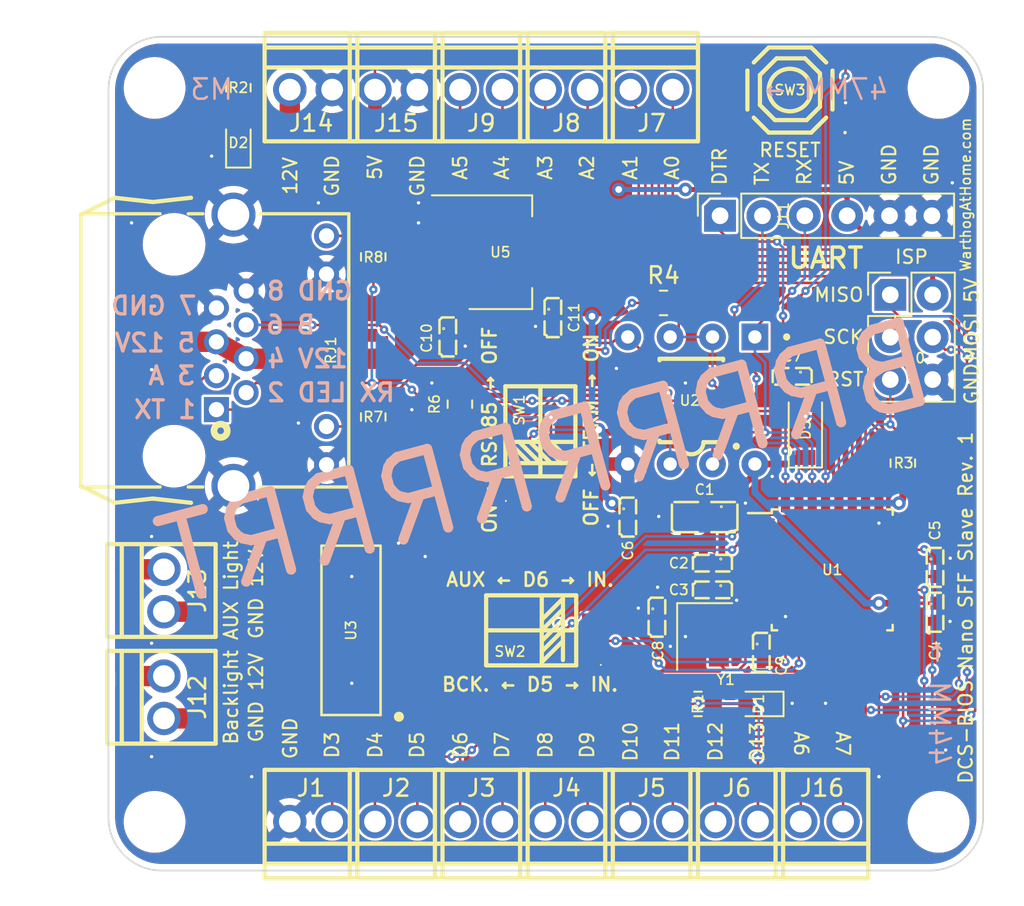
<source format=kicad_pcb>
(kicad_pcb (version 20211014) (generator pcbnew)
  (title_block (title "DCS-BIOS Nano SFF Slave") (date "2022-10-27") (rev "1"))
  (layers (0 "F.Cu" signal) (31 "B.Cu" signal) (34 "B.Paste" user) (35 "F.Paste" user) (36 "B.SilkS" user "B.Silkscreen") (37 "F.SilkS" user "F.Silkscreen") (38 "B.Mask" user) (39 "F.Mask" user) (44 "Edge.Cuts" user))
  (net 0 "")
  (net 1 "+5V")
  (net 2 "Net-(C5-Pad2)")
  (net 3 "RESET")
  (net 4 "FTDI_DTR")
  (net 5 "XTAL1")
  (net 6 "XTAL2")
  (net 7 "Net-(D1-Pad2)")
  (net 8 "Net-(D2-Pad2)")
  (net 9 "D2")
  (net 10 "D3")
  (net 11 "D4")
  (net 12 "D5")
  (net 13 "D6")
  (net 14 "D7")
  (net 15 "D8")
  (net 16 "D9")
  (net 17 "D10")
  (net 18 "D11")
  (net 19 "D12")
  (net 20 "D13")
  (net 21 "A0")
  (net 22 "A1")
  (net 23 "A2")
  (net 24 "A3")
  (net 25 "A4")
  (net 26 "A5")
  (net 27 "TXD")
  (net 28 "RXD")
  (net 29 "RS485+")
  (net 30 "Net-(R6-Pad2)")
  (net 31 "Net-(R7-Pad1)")
  (net 32 "Net-(R8-Pad1)")
  (net 33 "+12V")
  (net 34 "RS485-")
  (net 35 "A6")
  (net 36 "A7")
  (net 37 "BACKLIGHT_BASE")
  (net 38 "AUX_BASE")
  (net 42 "AUX_GND")
  (net 43 "BACKLIGHT_GND")
  (net 44 "GND")
  (net 45 "Net-(SW1-Pad4)")
  (footprint "Resistor_SMD:R_0805_2012Metric" (layer "F.Cu") (at 118.11 102.72816 90)
    (fp_text reference "R7")
    (fp_text value "1.8K")
  )
  (footprint "A10 KiCad Libraries:CONN-TH_XY308-2.54-2P" (layer "F.Cu") (at 124.588371 127.13121 180)
    (fp_text reference "J3")
    (fp_text value "Screw_Terminal_01x02")
  )
  (footprint "Resistor_SMD:R_0805_2012Metric" (layer "F.Cu") (at 135.513642 95.888938)
    (fp_text reference "R4")
    (fp_text value "1K")
  )
  (footprint "Connector_PinHeader_2.54mm:PinHeader_2x03_P2.54mm_Vertical" (layer "F.Cu") (at 149.107071 95.40256)
    (fp_text reference "J10")
    (fp_text value "AVR-ISP-6")
  )
  (footprint "A10 KiCad Libraries:CONN-TH_XY308-2.54-2P" (layer "F.Cu") (at 134.799171 127.13121 180)
    (fp_text reference "J5")
    (fp_text value "Screw_Terminal_01x02")
  )
  (footprint "MountingHole:MountingHole_3.2mm_M3" (layer "F.Cu") (at 152 127)
    (fp_text reference "H4" hide)
    (fp_text value "MountingHole")
  )
  (footprint "Resistor_SMD:R_0805_2012Metric" (layer "F.Cu") (at 110.022842 82.985739 -90)
    (fp_text reference "R2")
    (fp_text value "1.5K")
  )
  (footprint "A10 KiCad Libraries:C0402" (layer "F.Cu") (at 133.372022 108.72891 -90)
    (fp_text reference "C6")
    (fp_text value "1uF")
  )
  (footprint "Package_TO_SOT_SMD:SOT-223-3_TabPin2" (layer "F.Cu") (at 125.73 92.84756)
    (fp_text reference "U5")
    (fp_text value "AMS1117-5.0")
  )
  (footprint "MountingHole:MountingHole_3.2mm_M3" (layer "F.Cu") (at 105 127)
    (fp_text reference "H3" hide)
    (fp_text value "MountingHole")
  )
  (footprint "A10 KiCad Libraries:C0402" (layer "F.Cu") (at 138.4442 113.090588 180)
    (fp_text reference "C3")
    (fp_text value "1uF")
  )
  (footprint "A10 KiCad Libraries:CONN-TH_XY308-2.54-2P" (layer "F.Cu") (at 119.482971 82.95005)
    (fp_text reference "J15")
    (fp_text value "Screw_Terminal_01x02")
  )
  (footprint "A10 KiCad Libraries:C0805" (layer "F.Cu") (at 137.980521 108.72891 180)
    (fp_text reference "C1")
    (fp_text value "4.7uF")
  )
  (footprint "A10 KiCad Libraries:C0402" (layer "F.Cu") (at 151.789657 111.742982 -90)
    (fp_text reference "C5")
    (fp_text value "100nF")
  )
  (footprint "A10 KiCad Libraries:SOP-16_L10.0-W3.9-P1.27-LS6.0-BL" (layer "F.Cu") (at 116.777871 115.5192 90)
    (fp_text reference "U3")
    (fp_text value "ULN2003A")
  )
  (footprint "Symbol:OSHW-Logo2_7.3x6mm_Copper" (layer "F.Cu") (at 120.824192 107.090338)
    (fp_text reference "REF**" hide)
    (fp_text value "OSHW-Logo2_7.3x6mm_Copper" hide)
  )
  (footprint "Package_DIP:DIP-8_W7.62mm" (layer "F.Cu") (at 140.990421 97.92756 -90)
    (fp_text reference "U4" hide)
    (fp_text value "MAX487CPA+" hide)
  )
  (footprint "A10 KiCad Libraries:C0402" (layer "F.Cu") (at 128.88 96.76972 -90)
    (fp_text reference "C11")
    (fp_text value "1uF")
  )
  (footprint "A10 KiCad Libraries:C0402" (layer "F.Cu") (at 138.446107 111.490588 180)
    (fp_text reference "C2")
    (fp_text value "1uF")
  )
  (footprint "A10 KiCad Libraries:SOIC-8_L5.0-W4.0-P1.27-LS6.0-BL" (layer "F.Cu") (at 137.180421 101.73756 90)
    (fp_text reference "U2")
    (fp_text value "MAX487ESA+T")
  )
  (footprint "Resistor_SMD:R_0805_2012Metric" (layer "F.Cu") (at 118.11 93.12696 -90)
    (fp_text reference "R8")
    (fp_text value "1.8K")
  )
  (footprint "A10 KiCad Libraries:CONN-TH_XY308-2.54-2P" (layer "F.Cu") (at 114.377571 82.95005)
    (fp_text reference "J14")
    (fp_text value "Screw_Terminal_01x02")
  )
  (footprint "LED_SMD:LED_0603_1608Metric" (layer "F.Cu") (at 110.022842 86.287738 90)
    (fp_text reference "D2")
    (fp_text value "LED")
  )
  (footprint "A10 KiCad Libraries:C0402" (layer "F.Cu") (at 122.5804 97.92756 -90)
    (fp_text reference "C10")
    (fp_text value "10uF")
  )
  (footprint "MountingHole:MountingHole_3.2mm_M3" (layer "F.Cu") (at 105 83)
    (fp_text reference "H1" hide)
    (fp_text value "MountingHole")
  )
  (footprint "A10 KiCad Libraries:CONN-TH_XY308-2.54-2P" (layer "F.Cu") (at 114.377571 127.13121 180)
    (fp_text reference "J1")
    (fp_text value "Screw_Terminal_01x02")
  )
  (footprint "A10 KiCad Libraries:CONN-TH_XY308-2.54-2P" (layer "F.Cu") (at 139.904571 127.13121 180)
    (fp_text reference "J6")
    (fp_text value "Screw_Terminal_01x02")
  )
  (footprint "Resistor_SMD:R_0805_2012Metric" (layer "F.Cu") (at 123.305671 101.9575 90)
    (fp_text reference "R6")
    (fp_text value "120R")
  )
  (footprint "A10 KiCad Libraries:CONN-TH_XY308-2.54-2P" (layer "F.Cu") (at 124.588371 82.95005)
    (fp_text reference "J9")
    (fp_text value "Screw_Terminal_01x02")
  )
  (footprint "A10 KiCad Libraries:CONN-TH_XY308-2.54-2P" (layer "F.Cu") (at 119.482971 127.13121 180)
    (fp_text reference "J2")
    (fp_text value "Screw_Terminal_01x02")
  )
  (footprint "A10 KiCad Libraries:SW-SMD_4P-L5.1-W5.1-P3.70-LS6.5-TL-2" (layer "F.Cu") (at 143.093642 83.12571 180)
    (fp_text reference "SW3")
    (fp_text value "SW_MEC_5E")
  )
  (footprint "A10 KiCad Libraries:SW-SMD_DSHP02TSGER" (layer "F.Cu") (at 127.579221 115.5192 90)
    (fp_text reference "SW2")
    (fp_text value "SW_DIP_x02")
  )
  (footprint "A10 KiCad Libraries:C0402" (layer "F.Cu") (at 151.789657 114.433078 -90)
    (fp_text reference "C4")
    (fp_text value "1uF")
  )
  (footprint "A10 KiCad Libraries:CONN-TH_XY308-2.54-2P" (layer "F.Cu") (at 129.693771 127.13121 180)
    (fp_text reference "J4")
    (fp_text value "Screw_Terminal_01x02")
  )
  (footprint "Diode_SMD:D_SOD-123" (layer "F.Cu") (at 144.018 103.505 90)
    (fp_text reference "D5")
    (fp_text value "1N4148W")
  )
  (footprint "A10 KiCad Libraries:RJ45-TH_B-1-1" (layer "F.Cu") (at 108.612936 98.72766 -90)
    (fp_text reference "RJ1")
    (fp_text value "RJ45-B-1*1")
  )
  (footprint "A10 KiCad Libraries:C0402" (layer "F.Cu") (at 143.226992 100.289488 180)
    (fp_text reference "C7")
    (fp_text value "100nF")
  )
  (footprint "Resistor_SMD:R_0805_2012Metric" (layer "F.Cu") (at 137.580471 119.93031)
    (fp_text reference "R1")
    (fp_text value "1.5K")
  )
  (footprint "A10 KiCad Libraries:C0402" (layer "F.Cu") (at 141.376942 116.84 -90)
    (fp_text reference "C9")
    (fp_text value "15pF")
  )
  (footprint "A10 KiCad Libraries:SW-SMD_DSHP02TSGER" (layer "F.Cu") (at 128.131671 103.585)
    (fp_text reference "SW1")
    (fp_text value "SW_DIP_x02")
  )
  (footprint "A10 KiCad Libraries:CONN-TH_XY308-2.54-2P" (layer "F.Cu") (at 105.41 113.12946 90)
    (fp_text reference "J13")
    (fp_text value "Screw_Terminal_01x02")
  )
  (footprint "A10 KiCad Libraries:CONN-TH_XY308-2.54-2P" (layer "F.Cu") (at 145.009971 127.13121 180)
    (fp_text reference "J16")
    (fp_text value "Screw_Terminal_01x02")
  )
  (footprint "A10 KiCad Libraries:CONN-TH_XY308-2.54-2P" (layer "F.Cu") (at 105.41 119.53026 90)
    (fp_text reference "J12")
    (fp_text value "Screw_Terminal_01x02")
  )
  (footprint "Crystal:Crystal_SMD_3225-4Pin_3.2x2.5mm" (layer "F.Cu") (at 137.980521 115.888086 -90)
    (fp_text reference "Y1")
    (fp_text value "Crystal_GND24")
  )
  (footprint "Package_QFP:TQFP-32_7x7mm_P0.8mm" (layer "F.Cu") (at 145.626942 111.890588)
    (fp_text reference "U1")
    (fp_text value "ATmega328P-AU")
  )
  (footprint "Connector_PinSocket_2.54mm:PinSocket_1x06_P2.54mm_Vertical" (layer "F.Cu") (at 138.902242 90.663288 90)
    (fp_text reference "J11")
    (fp_text value "Conn_01x06_Female")
  )
  (footprint "MountingHole:MountingHole_3.2mm_M3" (layer "F.Cu") (at 152 83)
    (fp_text reference "H2" hide)
    (fp_text value "MountingHole")
  )
  (footprint "Resistor_SMD:R_0805_2012Metric" (layer "F.Cu") (at 149.86 105.490138 90)
    (fp_text reference "R3")
    (fp_text value "10K")
  )
  (footprint "A10 KiCad Libraries:CONN-TH_XY308-2.54-2P" (layer "F.Cu") (at 129.693771 82.95005)
    (fp_text reference "J8")
    (fp_text value "Screw_Terminal_01x02")
  )
  (footprint "A10 KiCad Libraries:C0402" (layer "F.Cu") (at 135.118005 114.72966 -90)
    (fp_text reference "C8")
    (fp_text value "15pF")
  )
  (footprint "A10 KiCad Libraries:CONN-TH_XY308-2.54-2P" (layer "F.Cu") (at 134.799171 82.95005)
    (fp_text reference "J7")
    (fp_text value "Screw_Terminal_01x02")
  )
  (footprint "LED_SMD:LED_0603_1608Metric" (layer "F.Cu") (at 141.224 119.93031 180)
    (fp_text reference "D1")
    (fp_text value "LED")
  )
  (gr_line (start 151.5 129.921) (end 105.41 129.921) (layer "Edge.Cuts") (width 0.1))
  (gr_arc (start 105.41 129.921) (mid 103.164039 128.981477) (end 102.235 126.73116) (layer "Edge.Cuts") (width 0.1))
  (gr_line (start 105.41 79.9338) (end 151.5 79.9338) (layer "Edge.Cuts") (width 0.1))
  (gr_arc (start 151.5 79.9338) (mid 153.753061 80.867324) (end 154.673629 83.12571) (layer "Edge.Cuts") (width 0.1))
  (gr_arc (start 102.235 83.12571) (mid 103.163915 80.874659) (end 105.41 79.9338) (layer "Edge.Cuts") (width 0.1))
  (gr_line (start 154.673629 83.12571) (end 154.673629 126.73116) (layer "Edge.Cuts") (width 0.1))
  (gr_arc (start 154.673629 126.73116) (mid 153.745463 128.981371) (end 151.5 129.921) (layer "Edge.Cuts") (width 0.1))
  (gr_line (start 102.235 126.73116) (end 102.235 83.12571) (layer "Edge.Cuts") (width 0.1))
  (gr_text "44MM →" (at 152.028092 119.891938 270) (layer "B.SilkS") (effects (font (size 1.2192 1.2192) (thickness 0.1524)) (justify mirror)))
  (gr_text "47MM →" (at 145.227242 83.087338) (layer "B.SilkS") (effects (font (size 1.2192 1.2192) (thickness 0.1524)) (justify mirror)))
  (gr_text "M3" (at 108.422642 83.087338) (layer "B.SilkS") (effects (font (size 1.2192 1.2192) (thickness 0.1524)) (justify mirror)))
  (gr_text "BRRRRRRRRT" (at 128.425142 105.490138 15) (layer "B.SilkS") (effects (font (size 4.8768 4.8768) (thickness 0.6096)) (justify mirror)))
  (gr_text "ON ← RS485 → OFF" (at 125.083671 103.505 90) (layer "F.SilkS") (effects (font (size 0.8128 0.8128) (thickness 0.1524))))
  (gr_text "${TITLE} Rev. ${REVISION}" (at 153.628292 103.52826 90) (layer "F.SilkS") (effects (font (size 0.8128 0.8128) (thickness 0.127)) (justify right)))
  (gr_text "BCK. ← D5 → IN." (at 127.509371 118.762651) (layer "F.SilkS") (effects (font (size 0.8128 0.8128) (thickness 0.1524))))
  (gr_text "AUX ← D6 → IN." (at 127.509372 112.476473) (layer "F.SilkS") (effects (font (size 0.8128 0.8128) (thickness 0.1524))))
  (gr_text "WarthogAtHome.com" (at 153.628292 84.72591 90) (layer "F.SilkS") (effects (font (size 0.6096 0.6096) (thickness 0.1016)) (justify right)))
  (gr_text "OFF ← TERM → ON" (at 131.179671 103.505 90) (layer "F.SilkS") (effects (font (size 0.8128 0.8128) (thickness 0.1524))))
  (segment (start 146.027342 89.088088) (end 136.826192 89.088088) (width 0.3048) (layer "F.Cu") (net 1))
  (segment (start 110.422892 81.087088) (end 117.623792 81.087088) (width 0.1524) (layer "F.Cu") (net 1))
  (segment (start 151.227992 93.088588) (end 151.647071 93.507667) (width 0.3048) (layer "F.Cu") (net 1))
  (segment (start 131.225492 96.689038) (end 130.761089 96.224635) (width 0.4064) (layer "F.Cu") (net 1))
  (segment (start 133.809843 107.306337) (end 139.010493 107.306337) (width 0.4064) (layer "F.Cu") (net 1))
  (segment (start 148.947542 93.088588) (end 151.227992 93.088588) (width 0.3048) (layer "F.Cu") (net 1))
  (segment (start 148.427642 113.891188) (end 149.876342 113.891188) (width 0.4064) (layer "F.Cu") (net 1))
  (segment (start 144.018 105.155) (end 143.56213 105.155) (width 0.4064) (layer "F.Cu") (net 1))
  (segment (start 118.212968 81.676264) (end 118.212968 83.100037) (width 0.1524) (layer "F.Cu") (net 1))
  (segment (start 138.991192 111.490588) (end 141.376942 111.490588) (width 0.4064) (layer "F.Cu") (net 1))
  (segment (start 138.989285 111.492495) (end 138.991192 111.490588) (width 0.4064) (layer "F.Cu") (net 1))
  (segment (start 139.010493 108.72891) (end 139.010493 111.471287) (width 0.4064) (layer "F.Cu") (net 1))
  (segment (start 139.010493 111.471287) (end 138.991192 111.490588) (width 0.4064) (layer "F.Cu") (net 1))
  (segment (start 131.778218 103.642564) (end 134.475316 103.642564) (width 0.4064) (layer "F.Cu") (net 1))
  (segment (start 138.989285 113.090588) (end 138.989285 111.492495) (width 0.4064) (layer "F.Cu") (net 1))
  (segment (start 151.787062 113.890588) (end 151.789657 113.887993) (width 0.2032) (layer "F.Cu") (net 1))
  (segment (start 140.426642 106.690288) (end 139.626542 106.690288) (width 0.4064) (layer "F.Cu") (net 1))
  (segment (start 149.86 106.402638) (end 149.86 107.65823) (width 0.4064) (layer "F.Cu") (net 1))
  (segment (start 139.626542 106.690288) (end 139.010493 107.306337) (width 0.4064) (layer "F.Cu") (net 1))
  (segment (start 133.372022 108.183825) (end 132.719029 108.183825) (width 0.4064) (layer "F.Cu") (net 1))
  (segment (start 149.876942 113.890588) (end 151.787062 113.890588) (width 0.2032) (layer "F.Cu") (net 1))
  (segment (start 149.86 107.65823) (end 149.627792 107.890438) (width 0.4064) (layer "F.Cu") (net 1))
  (segment (start 110.022842 81.487138) (end 110.422892 81.087088) (width 0.1524) (layer "F.Cu") (net 1))
  (segment (start 146.522242 90.663288) (end 148.947542 93.088588) (width 0.3048) (layer "F.Cu") (net 1))
  (segment (start 133.372022 108.183825) (end 133.372022 107.744158) (width 0.4064) (layer "F.Cu") (net 1))
  (segment (start 139.010493 107.306337) (end 139.010493 108.72891) (width 0.4064) (layer "F.Cu") (net 1))
  (segment (start 149.876342 113.891188) (end 149.876942 113.890588) (width 0.4064) (layer "F.Cu") (net 1))
  (segment (start 132.719029 108.183825) (end 132.425642 107.890438) (width 0.4064) (layer "F.Cu") (net 1))
  (segment (start 133.372022 107.744158) (end 133.809843 107.306337) (width 0.4064) (layer "F.Cu") (net 1))
  (segment (start 138.989285 113.090588) (end 141.376942 113.090588) (width 0.4064) (layer "F.Cu") (net 1))
  (segment (start 143.16957 105.54756) (end 140.990421 105.54756) (width 0.4064) (layer "F.Cu") (net 1))
  (segment (start 118.212968 83.100037) (end 118.212968 87.677014) (width 0.8128) (layer "F.Cu") (net 1))
  (segment (start 131.625542 103.489888) (end 131.778218 103.642564) (width 0.4064) (layer "F.Cu") (net 1))
  (segment (start 143.56213 105.155) (end 143.16957 105.54756) (width 0.4064) (layer "F.Cu") (net 1))
  (segment (start 117.623792 81.087088) (end 118.212968 81.676264) (width 0.1524) (layer "F.Cu") (net 1))
  (segment (start 146.522242 89.582988) (end 146.027342 89.088088) (width 0.3048) (layer "F.Cu") (net 1))
  (segment (start 128.88 92.84756) (end 128.88 96.224635) (width 0.4064) (layer "F.Cu") (net 1))
  (segment (start 127.734729 103.737144) (end 127.49667 103.975203) (width 0.1524) (layer "F.Cu") (net 1))
  (segment (start 127.49667 103.975203) (end 127.49667 107.395008) (width 0.1524) (layer "F.Cu") (net 1))
  (segment (start 130.761089 96.224635) (end 128.88 96.224635) (width 0.4064) (layer "F.Cu") (net 1))
  (segment (start 140.990421 106.126509) (end 140.426642 106.690288) (width 0.4064) (layer "F.Cu") (net 1))
  (segment (start 146.522242 90.663288) (end 146.522242 89.582988) (width 0.3048) (layer "F.Cu") (net 1))
  (segment (start 140.990421 105.54756) (end 140.990421 106.126509) (width 0.4064) (layer "F.Cu") (net 1))
  (segment (start 110.022842 82.073239) (end 110.022842 81.487138) (width 0.1524) (layer "F.Cu") (net 1))
  (segment (start 151.647071 93.507667) (end 151.647071 95.40256) (width 0.3048) (layer "F.Cu") (net 1))
  (via (at 132.425642 107.890438) (size 0.8128) (drill 0.4064) (layers "F.Cu" "B.Cu") (net 1))
  (via (at 136.826192 89.088088) (size 0.8128) (drill 0.4064) (layers "F.Cu" "B.Cu") (net 1))
  (via (at 127.734729 103.737144) (size 0.5) (drill 0.2) (layers "F.Cu" "B.Cu") (net 1))
  (via (at 148.427642 113.891188) (size 0.8128) (drill 0.4064) (layers "F.Cu" "B.Cu") (net 1))
  (via (at 131.625542 103.489888) (size 0.8128) (drill 0.4064) (layers "F.Cu" "B.Cu") (net 1))
  (via (at 149.627792 107.890438) (size 0.8128) (drill 0.4064) (layers "F.Cu" "B.Cu") (net 1))
  (via (at 131.225492 96.689038) (size 0.8128) (drill 0.4064) (layers "F.Cu" "B.Cu") (net 1))
  (via (at 132.825692 89.088088) (size 0.8128) (drill 0.4064) (layers "F.Cu" "B.Cu") (net 1))
  (segment (start 141.626792 107.890438) (end 147.627542 113.891188) (width 0.4064) (layer "B.Cu") (net 1))
  (segment (start 147.627542 113.891188) (end 148.427642 113.891188) (width 0.4064) (layer "B.Cu") (net 1))
  (segment (start 131.625542 103.489888) (end 132.025592 103.889938) (width 0.4064) (layer "B.Cu") (net 1))
  (segment (start 127.981985 103.489888) (end 127.734729 103.737144) (width 0.1524) (layer "B.Cu") (net 1))
  (segment (start 132.025592 107.490388) (end 132.425642 107.890438) (width 0.4064) (layer "B.Cu") (net 1))
  (segment (start 131.625542 103.489888) (end 127.981985 103.489888) (width 0.1524) (layer "B.Cu") (net 1))
  (segment (start 140.990421 107.254067) (end 140.990421 105.54756) (width 0.4064) (layer "B.Cu") (net 1))
  (segment (start 141.626792 107.890438) (end 140.990421 107.254067) (width 0.4064) (layer "B.Cu") (net 1))
  (segment (start 132.025592 103.889938) (end 132.025592 107.490388) (width 0.4064) (layer "B.Cu") (net 1))
  (segment (start 131.625542 103.489888) (end 131.225492 103.089838) (width 0.4064) (layer "B.Cu") (net 1))
  (segment (start 136.826192 89.088088) (end 132.825692 89.088088) (width 0.3048) (layer "B.Cu") (net 1))
  (segment (start 131.225492 103.089838) (end 131.225492 96.689038) (width 0.4064) (layer "B.Cu") (net 1))
  (segment (start 149.627792 107.890438) (end 141.626792 107.890438) (width 0.4064) (layer "B.Cu") (net 1))
  (segment (start 151.787136 112.290588) (end 151.789657 112.288067) (width 0.2032) (layer "F.Cu") (net 2))
  (segment (start 149.876942 112.290588) (end 151.787136 112.290588) (width 0.2032) (layer "F.Cu") (net 2))
  (segment (start 143.772077 100.289488) (end 143.772077 95.421903) (width 0.1524) (layer "F.Cu") (net 3))
  (segment (start 143.772077 95.421903) (end 144.027092 95.166888) (width 0.1524) (layer "F.Cu") (net 3))
  (segment (start 149.111493 103.167888) (end 149.86 103.916395) (width 0.1524) (layer "F.Cu") (net 3))
  (segment (start 146.427392 81.309091) (end 146.393617 81.275316) (width 0.1524) (layer "F.Cu") (net 3))
  (segment (start 146.427392 82.287238) (end 146.427392 81.309091) (width 0.1524) (layer "F.Cu") (net 3))
  (segment (start 145.227242 106.290238) (end 145.227242 107.640288) (width 0.1524) (layer "F.Cu") (net 3))
  (segment (start 144.027092 101.864092) (end 144.018 101.855) (width 0.1524) (layer "F.Cu") (net 3))
  (segment (start 144.018 100.535411) (end 143.772077 100.289488) (width 0.1524) (layer "F.Cu") (net 3))
  (segment (start 144.027092 102.689788) (end 144.027092 101.864092) (width 0.1524) (layer "F.Cu") (net 3))
  (segment (start 146.393617 81.275316) (end 139.793667 81.275316) (width 0.1524) (layer "F.Cu") (net 3))
  (segment (start 144.018 101.855) (end 144.018 100.535411) (width 0.1524) (layer "F.Cu") (net 3))
  (segment (start 145.227242 107.640288) (end 145.226942 107.640588) (width 0.1524) (layer "F.Cu") (net 3))
  (segment (start 149.86 103.916395) (end 149.86 104.577638) (width 0.1524) (layer "F.Cu") (net 3))
  (via (at 144.027092 102.689788) (size 0.5) (drill 0.2) (layers "F.Cu" "B.Cu") (net 3))
  (via (at 149.111493 103.167888) (size 0.5) (drill 0.2) (layers "F.Cu" "B.Cu") (net 3))
  (via (at 145.227242 106.290238) (size 0.5) (drill 0.2) (layers "F.Cu" "B.Cu") (net 3))
  (via (at 144.027092 95.166888) (size 0.5) (drill 0.2) (layers "F.Cu" "B.Cu") (net 3))
  (via (at 146.427392 82.287238) (size 0.5) (drill 0.2) (layers "F.Cu" "B.Cu") (net 3))
  (segment (start 144.427142 102.689788) (end 144.027092 102.689788) (width 0.1524) (layer "B.Cu") (net 3))
  (segment (start 144.027092 95.166888) (end 145.227242 93.966738) (width 0.1524) (layer "B.Cu") (net 3))
  (segment (start 149.111493 103.167888) (end 148.349592 103.167888) (width 0.1524) (layer "B.Cu") (net 3))
  (segment (start 148.349592 103.167888) (end 145.227242 106.290238) (width 0.1524) (layer "B.Cu") (net 3))
  (segment (start 145.227242 93.966738) (end 145.227242 83.487388) (width 0.1524) (layer "B.Cu") (net 3))
  (segment (start 145.227242 106.290238) (end 145.227242 103.489888) (width 0.1524) (layer "B.Cu") (net 3))
  (segment (start 145.227242 103.489888) (end 144.427142 102.689788) (width 0.1524) (layer "B.Cu") (net 3))
  (segment (start 149.111493 103.167888) (end 149.107071 103.163466) (width 0.1524) (layer "B.Cu") (net 3))
  (segment (start 145.227242 83.487388) (end 146.427392 82.287238) (width 0.1524) (layer "B.Cu") (net 3))
  (segment (start 149.107071 103.163466) (end 149.107071 100.48256) (width 0.1524) (layer "B.Cu") (net 3))
  (segment (start 142.680315 96.659688) (end 142.681907 96.66128) (width 0.1524) (layer "F.Cu") (net 4))
  (segment (start 138.902242 91.564188) (end 138.902242 90.663288) (width 0.1524) (layer "F.Cu") (net 4))
  (segment (start 142.681907 96.66128) (end 142.681907 100.289488) (width 0.1524) (layer "F.Cu") (net 4))
  (segment (start 139.548492 92.210438) (end 138.902242 91.564188) (width 0.1524) (layer "F.Cu") (net 4))
  (segment (start 142.316801 92.210438) (end 139.548492 92.210438) (width 0.1524) (layer "F.Cu") (net 4))
  (via (at 142.680315 96.659688) (size 0.5) (drill 0.2) (layers "F.Cu" "B.Cu") (net 4))
  (via (at 142.316801 92.210438) (size 0.5) (drill 0.2) (layers "F.Cu" "B.Cu") (net 4))
  (segment (start 142.316801 92.210438) (end 142.680315 92.573952) (width 0.1524) (layer "B.Cu") (net 4))
  (segment (start 142.680315 92.573952) (end 142.680315 96.659688) (width 0.1524) (layer "B.Cu") (net 4))
  (segment (start 139.484369 115.891438) (end 140.026592 115.349215) (width 0.1524) (layer "F.Cu") (net 5))
  (segment (start 135.118005 115.274745) (end 136.643862 115.274745) (width 0.1524) (layer "F.Cu") (net 5))
  (segment (start 138.026342 115.891438) (end 139.484369 115.891438) (width 0.1524) (layer "F.Cu") (net 5))
  (segment (start 137.130521 114.995617) (end 138.026342 115.891438) (width 0.1524) (layer "F.Cu") (net 5))
  (segment (start 137.130521 114.788086) (end 137.130521 114.995617) (width 0.1524) (layer "F.Cu") (net 5))
  (segment (start 136.643862 115.274745) (end 137.130521 114.788086) (width 0.1524) (layer "F.Cu") (net 5))
  (segment (start 140.026592 114.291238) (end 140.427242 113.890588) (width 0.1524) (layer "F.Cu") (net 5))
  (segment (start 140.026592 115.349215) (end 140.026592 114.291238) (width 0.1524) (layer "F.Cu") (net 5))
  (segment (start 140.427242 113.890588) (end 141.376942 113.890588) (width 0.1524) (layer "F.Cu") (net 5))
  (segment (start 140.426642 115.891588) (end 140.426642 115.841588) (width 0.1524) (layer "F.Cu") (net 6))
  (segment (start 140.426642 115.841588) (end 140.426642 115.640888) (width 0.1524) (layer "F.Cu") (net 6))
  (segment (start 140.026592 117.891688) (end 140.426642 117.491638) (width 0.1524) (layer "F.Cu") (net 6))
  (segment (start 140.879969 116.294915) (end 140.426642 115.841588) (width 0.1524) (layer "F.Cu") (net 6))
  (segment (start 139.226492 117.891688) (end 140.026592 117.891688) (width 0.1524) (layer "F.Cu") (net 6))
  (segment (start 138.830521 117.495717) (end 139.226492 117.891688) (width 0.1524) (layer "F.Cu") (net 6))
  (segment (start 140.426642 117.491638) (end 140.426642 117.091588) (width 0.1524) (layer "F.Cu") (net 6))
  (segment (start 140.426642 115.640888) (end 141.376942 114.690588) (width 0.1524) (layer "F.Cu") (net 6))
  (segment (start 141.376942 116.294915) (end 140.879969 116.294915) (width 0.1524) (layer "F.Cu") (net 6))
  (segment (start 138.830521 116.988086) (end 138.830521 117.495717) (width 0.1524) (layer "F.Cu") (net 6))
  (arc (start 140.126642 116.191588) (mid 140.338774 116.10372) (end 140.426642 115.891588) (width 0.1524) (layer "F.Cu") (net 6))
  (arc (start 139.837157 116.491267) (mid 139.925025 116.279135) (end 140.137157 116.191267) (width 0.1524) (layer "F.Cu") (net 6))
  (arc (start 140.137157 116.791267) (mid 139.925025 116.703399) (end 139.837157 116.491267) (width 0.1524) (layer "F.Cu") (net 6))
  (arc (start 140.426642 117.091588) (mid 140.338774 116.879456) (end 140.126642 116.791588) (width 0.1524) (layer "F.Cu") (net 6))
  (segment (start 140.4365 119.93031) (end 138.492971 119.93031) (width 0.1524) (layer "F.Cu") (net 7))
  (segment (start 110.022842 83.898239) (end 110.022842 85.500238) (width 0.1524) (layer "F.Cu") (net 8))
  (segment (start 142.826942 107.640588) (end 142.826942 106.290238) (width 0.1524) (layer "F.Cu") (net 9))
  (segment (start 142.826942 103.089838) (end 142.109665 102.372561) (width 0.1524) (layer "F.Cu") (net 9))
  (segment (start 139.885526 102.372561) (end 139.885526 101.102559) (width 0.1524) (layer "F.Cu") (net 9))
  (segment (start 136.426142 97.411839) (end 135.910421 97.92756) (width 0.1524) (layer "F.Cu") (net 9))
  (segment (start 139.885526 101.102559) (end 138.839413 101.102559) (width 0.1524) (layer "F.Cu") (net 9))
  (segment (start 138.839413 101.102559) (end 138.426392 100.689538) (width 0.1524) (layer "F.Cu") (net 9))
  (segment (start 142.109665 102.372561) (end 139.885526 102.372561) (width 0.1524) (layer "F.Cu") (net 9))
  (segment (start 142.826942 104.768088) (end 142.826942 103.089838) (width 0.1524) (layer "F.Cu") (net 9))
  (segment (start 136.426142 95.888938) (end 136.426142 97.411839) (width 0.1524) (layer "F.Cu") (net 9))
  (via (at 142.826942 106.290238) (size 0.5) (drill 0.2) (layers "F.Cu" "B.Cu") (net 9))
  (via (at 138.426392 100.689538) (size 0.5) (drill 0.2) (layers "F.Cu" "B.Cu") (net 9))
  (via (at 142.826942 104.768088) (size 0.5) (drill 0.2) (layers "F.Cu" "B.Cu") (net 9))
  (segment (start 138.450421 100.665509) (end 138.450421 97.92756) (width 0.1524) (layer "B.Cu") (net 9))
  (segment (start 138.450421 97.92756) (end 135.910421 97.92756) (width 0.1524) (layer "B.Cu") (net 9))
  (segment (start 138.426392 100.689538) (end 138.450421 100.665509) (width 0.1524) (layer "B.Cu") (net 9))
  (segment (start 142.826942 106.290238) (end 142.826942 104.768088) (width 0.1524) (layer "B.Cu") (net 9))
  (segment (start 116.023592 122.292238) (end 115.647574 122.668256) (width 0.1524) (layer "F.Cu") (net 10))
  (segment (start 122.024342 122.292238) (end 116.023592 122.292238) (width 0.1524) (layer "F.Cu") (net 10))
  (segment (start 115.647574 122.668256) (end 115.647574 126.981223) (width 0.1524) (layer "F.Cu") (net 10))
  (segment (start 141.376942 109.090588) (end 140.426642 109.090588) (width 0.1524) (layer "F.Cu") (net 10))
  (segment (start 140.426642 109.090588) (end 139.626542 109.890688) (width 0.1524) (layer "F.Cu") (net 10))
  (segment (start 129.225242 115.091338) (end 122.024342 122.292238) (width 0.1524) (layer "F.Cu") (net 10))
  (via (at 129.225242 115.091338) (size 0.5) (drill 0.2) (layers "F.Cu" "B.Cu") (net 10))
  (via (at 139.626542 109.890688) (size 0.5) (drill 0.2) (layers "F.Cu" "B.Cu") (net 10))
  (segment (start 139.626542 109.890688) (end 134.425892 109.890688) (width 0.1524) (layer "B.Cu") (net 10))
  (segment (start 129.225242 115.091338) (end 134.425892 109.890688) (width 0.1524) (layer "B.Cu") (net 10))
  (segment (start 140.426742 109.890588) (end 139.626542 110.690788) (width 0.1524) (layer "F.Cu") (net 11))
  (segment (start 130.025342 115.091338) (end 122.424392 122.692288) (width 0.1524) (layer "F.Cu") (net 11))
  (segment (start 122.424392 122.692288) (end 118.423892 122.692288) (width 0.1524) (layer "F.Cu") (net 11))
  (segment (start 118.212968 122.903212) (end 118.212968 126.981223) (width 0.1524) (layer "F.Cu") (net 11))
  (segment (start 141.376942 109.890588) (end 140.426742 109.890588) (width 0.1524) (layer "F.Cu") (net 11))
  (segment (start 118.423892 122.692288) (end 118.212968 122.903212) (width 0.1524) (layer "F.Cu") (net 11))
  (via (at 130.025342 115.091338) (size 0.5) (drill 0.2) (layers "F.Cu" "B.Cu") (net 11))
  (via (at 139.626542 110.690788) (size 0.5) (drill 0.2) (layers "F.Cu" "B.Cu") (net 11))
  (segment (start 139.626542 110.690788) (end 134.425892 110.690788) (width 0.1524) (layer "B.Cu") (net 11))
  (segment (start 134.425892 110.690788) (end 130.025342 115.091338) (width 0.1524) (layer "B.Cu") (net 11))
  (segment (start 131.389229 116.154201) (end 130.562679 116.154201) (width 0.1524) (layer "F.Cu") (net 12))
  (segment (start 142.826942 116.140588) (end 142.826942 117.413588) (width 0.1524) (layer "F.Cu") (net 12))
  (segment (start 131.389229 116.154201) (end 132.636082 116.154201) (width 0.1524) (layer "F.Cu") (net 12))
  (segment (start 132.636082 116.154201) (end 132.638436 116.151847) (width 0.1524) (layer "F.Cu") (net 12))
  (segment (start 120.752974 123.563606) (end 120.752974 126.981223) (width 0.1524) (layer "F.Cu") (net 12))
  (segment (start 122.824442 123.092338) (end 121.224242 123.092338) (width 0.1524) (layer "F.Cu") (net 12))
  (segment (start 130.562679 116.154201) (end 124.024592 122.692288) (width 0.1524) (layer "F.Cu") (net 12))
  (segment (start 121.224242 123.092338) (end 120.752974 123.563606) (width 0.1524) (layer "F.Cu") (net 12))
  (via (at 122.824442 123.092338) (size 0.5) (drill 0.2) (layers "F.Cu" "B.Cu") (net 12))
  (via (at 124.024592 122.692288) (size 0.5) (drill 0.2) (layers "F.Cu" "B.Cu") (net 12))
  (via (at 142.826942 117.413588) (size 0.5) (drill 0.2) (layers "F.Cu" "B.Cu") (net 12))
  (via (at 132.638436 116.151847) (size 0.5) (drill 0.2) (layers "F.Cu" "B.Cu") (net 12))
  (segment (start 132.638436 116.151847) (end 134.686301 116.151847) (width 0.1524) (layer "B.Cu") (net 12))
  (segment (start 134.686301 116.151847) (end 135.948042 117.413588) (width 0.1524) (layer "B.Cu") (net 12))
  (segment (start 124.024592 122.692288) (end 123.624542 123.092338) (width 0.1524) (layer "B.Cu") (net 12))
  (segment (start 135.948042 117.413588) (end 142.826942 117.413588) (width 0.1524) (layer "B.Cu") (net 12))
  (segment (start 123.624542 123.092338) (end 122.824442 123.092338) (width 0.1524) (layer "B.Cu") (net 12))
  (segment (start 123.318368 122.598412) (end 131.032581 114.884199) (width 0.1524) (layer "F.Cu") (net 13))
  (segment (start 123.318368 122.598412) (end 123.318368 126.981223) (width 0.1524) (layer "F.Cu") (net 13))
  (segment (start 131.389229 114.884199) (end 131.008229 114.884199) (width 0.1524) (layer "F.Cu") (net 13))
  (segment (start 135.225992 117.491638) (end 132.618553 114.884199) (width 0.1524) (layer "F.Cu") (net 13))
  (segment (start 132.618553 114.884199) (end 131.389229 114.884199) (width 0.1524) (layer "F.Cu") (net 13))
  (segment (start 131.032581 114.884199) (end 131.389229 114.884199) (width 0.1524) (layer "F.Cu") (net 13))
  (segment (start 143.626942 116.140588) (end 143.626942 117.491538) (width 0.1524) (layer "F.Cu") (net 13))
  (segment (start 143.626942 117.491538) (end 143.627042 117.491638) (width 0.1524) (layer "F.Cu") (net 13))
  (via (at 143.627042 117.491638) (size 0.5) (drill 0.2) (layers "F.Cu" "B.Cu") (net 13))
  (via (at 135.225992 117.491638) (size 0.5) (drill 0.2) (layers "F.Cu" "B.Cu") (net 13))
  (segment (start 135.626042 117.891688) (end 135.225992 117.491638) (width 0.1524) (layer "B.Cu") (net 13))
  (segment (start 143.627042 117.491638) (end 143.226992 117.891688) (width 0.1524) (layer "B.Cu") (net 13))
  (segment (start 143.226992 117.891688) (end 135.626042 117.891688) (width 0.1524) (layer "B.Cu") (net 13))
  (segment (start 127.625042 123.492388) (end 126.424892 123.492388) (width 0.1524) (layer "F.Cu") (net 14))
  (segment (start 144.426942 117.891888) (end 144.027092 118.291738) (width 0.1524) (layer "F.Cu") (net 14))
  (segment (start 125.858374 124.058906) (end 125.858374 126.981223) (width 0.1524) (layer "F.Cu") (net 14))
  (segment (start 144.027092 118.291738) (end 132.825692 118.291738) (width 0.1524) (layer "F.Cu") (net 14))
  (segment (start 126.424892 123.492388) (end 125.858374 124.058906) (width 0.1524) (layer "F.Cu") (net 14))
  (segment (start 144.426942 116.140588) (end 144.426942 117.891888) (width 0.1524) (layer "F.Cu") (net 14))
  (segment (start 132.825692 118.291738) (end 127.625042 123.492388) (width 0.1524) (layer "F.Cu") (net 14))
  (segment (start 133.225742 118.691788) (end 128.423768 123.493762) (width 0.1524) (layer "F.Cu") (net 15))
  (segment (start 145.226942 116.140588) (end 145.226942 118.292038) (width 0.1524) (layer "F.Cu") (net 15))
  (segment (start 144.827192 118.691788) (end 133.225742 118.691788) (width 0.1524) (layer "F.Cu") (net 15))
  (segment (start 145.226942 118.292038) (end 144.827192 118.691788) (width 0.1524) (layer "F.Cu") (net 15))
  (segment (start 128.423768 123.493762) (end 128.423768 126.981223) (width 0.1524) (layer "F.Cu") (net 15))
  (segment (start 146.026942 120.692438) (end 145.627292 121.092088) (width 0.1524) (layer "F.Cu") (net 16))
  (segment (start 145.627292 121.092088) (end 131.625542 121.092088) (width 0.1524) (layer "F.Cu") (net 16))
  (segment (start 146.026942 116.140588) (end 146.026942 120.692438) (width 0.1524) (layer "F.Cu") (net 16))
  (segment (start 131.625542 121.092088) (end 130.963774 121.753856) (width 0.1524) (layer "F.Cu") (net 16))
  (segment (start 130.963774 121.753856) (end 130.963774 126.981223) (width 0.1524) (layer "F.Cu") (net 16))
  (segment (start 133.529168 121.988812) (end 133.529168 126.981223) (width 0.1524) (layer "F.Cu") (net 17))
  (segment (start 146.826942 121.092588) (end 146.427392 121.492138) (width 0.1524) (layer "F.Cu") (net 17))
  (segment (start 146.826942 116.140588) (end 146.826942 121.092588) (width 0.1524) (layer "F.Cu") (net 17))
  (segment (start 134.025842 121.492138) (end 133.529168 121.988812) (width 0.1524) (layer "F.Cu") (net 17))
  (segment (start 146.427392 121.492138) (end 134.025842 121.492138) (width 0.1524) (layer "F.Cu") (net 17))
  (segment (start 152.750142 98.689288) (end 152.393799 98.689288) (width 0.1524) (layer "F.Cu") (net 18))
  (segment (start 136.069174 122.449181) (end 136.069174 126.981223) (width 0.1524) (layer "F.Cu") (net 18))
  (segment (start 147.626942 120.291388) (end 147.626942 121.492738) (width 0.1524) (layer "F.Cu") (net 18))
  (segment (start 153.706441 99.089437) (end 153.706342 99.089338) (width 0.1524) (layer "F.Cu") (net 18))
  (segment (start 147.626942 121.492738) (end 147.227492 121.892188) (width 0.1524) (layer "F.Cu") (net 18))
  (segment (start 136.626167 121.892188) (end 136.069174 122.449181) (width 0.1524) (layer "F.Cu") (net 18))
  (segment (start 153.706441 118.026064) (end 153.706441 99.089437) (width 0.1524) (layer "F.Cu") (net 18))
  (segment (start 152.393799 98.689288) (end 151.647071 97.94256) (width 0.1524) (layer "F.Cu") (net 18))
  (segment (start 147.627542 120.291988) (end 147.948842 120.291988) (width 0.1524) (layer "F.Cu") (net 18))
  (segment (start 147.227492 121.892188) (end 136.626167 121.892188) (width 0.1524) (layer "F.Cu") (net 18))
  (segment (start 147.626942 120.291388) (end 147.627542 120.291988) (width 0.1524) (layer "F.Cu") (net 18))
  (segment (start 147.626942 116.140588) (end 147.626942 120.291388) (width 0.1524) (layer "F.Cu") (net 18))
  (via (at 153.706342 99.089338) (size 0.5) (drill 0.2) (layers "F.Cu" "B.Cu") (net 18))
  (via (at 152.750142 98.689288) (size 0.5) (drill 0.2) (layers "F.Cu" "B.Cu") (net 18))
  (via (at 153.706441 118.026064) (size 0.5) (drill 0.2) (layers "F.Cu" "B.Cu") (net 18))
  (via (at 147.948842 120.291988) (size 0.5) (drill 0.2) (layers "F.Cu" "B.Cu") (net 18))
  (segment (start 153.306292 98.689288) (end 152.750142 98.689288) (width 0.1524) (layer "B.Cu") (net 18))
  (segment (start 147.948842 120.291988) (end 153.228242 120.291988) (width 0.1524) (layer "B.Cu") (net 18))
  (segment (start 153.228242 120.291988) (end 153.706441 119.813789) (width 0.1524) (layer "B.Cu") (net 18))
  (segment (start 153.706342 99.089338) (end 153.306292 98.689288) (width 0.1524) (layer "B.Cu") (net 18))
  (segment (start 153.706441 119.813789) (end 153.706441 118.026064) (width 0.1524) (layer "B.Cu") (net 18))
  (segment (start 152.828192 96.689038) (end 149.627792 96.689038) (width 0.1524) (layer "F.Cu") (net 19))
  (segment (start 153.228242 97.089088) (end 152.828192 96.689038) (width 0.1524) (layer "F.Cu") (net 19))
  (segment (start 148.426942 119.491188) (end 148.427642 119.491888) (width 0.1524) (layer "F.Cu") (net 19))
  (segment (start 139.226492 122.292238) (end 138.634568 122.884162) (width 0.1524) (layer "F.Cu") (net 19))
  (segment (start 153.228242 118.691788) (end 153.228242 97.089088) (width 0.1524) (layer "F.Cu") (net 19))
  (segment (start 148.427642 119.491888) (end 148.827692 119.491888) (width 0.1524) (layer "F.Cu") (net 19))
  (segment (start 148.426942 119.491188) (end 148.426942 121.892888) (width 0.1524) (layer "F.Cu") (net 19))
  (segment (start 148.027592 122.292238) (end 139.226492 122.292238) (width 0.1524) (layer "F.Cu") (net 19))
  (segment (start 148.426942 116.140588) (end 148.426942 119.491188) (width 0.1524) (layer "F.Cu") (net 19))
  (segment (start 149.627792 96.689038) (end 149.107071 96.168317) (width 0.1524) (layer "F.Cu") (net 19))
  (segment (start 138.634568 122.884162) (end 138.634568 126.981223) (width 0.1524) (layer "F.Cu") (net 19))
  (segment (start 149.107071 96.168317) (end 149.107071 95.40256) (width 0.1524) (layer "F.Cu") (net 19))
  (segment (start 148.426942 121.892888) (end 148.027592 122.292238) (width 0.1524) (layer "F.Cu") (net 19))
  (via (at 153.228242 118.691788) (size 0.5) (drill 0.2) (layers "F.Cu" "B.Cu") (net 19))
  (via (at 148.827692 119.491888) (size 0.5) (drill 0.2) (layers "F.Cu" "B.Cu") (net 19))
  (segment (start 153.228242 118.691788) (end 153.228242 119.091838) (width 0.1524) (layer "B.Cu") (net 19))
  (segment (start 153.228242 119.091838) (end 152.828192 119.491888) (width 0.1524) (layer "B.Cu") (net 19))
  (segment (start 152.828192 119.491888) (end 148.827692 119.491888) (width 0.1524) (layer "B.Cu") (net 19))
  (segment (start 136.667971 119.93031) (end 137.540199 119.93031) (width 0.1524) (layer "F.Cu") (net 20))
  (segment (start 154.197429 98.234131) (end 153.961631 97.998333) (width 0.1524) (layer "F.Cu") (net 20))
  (segment (start 153.969212 120.563338) (end 154.197429 120.335121) (width 0.1524) (layer "F.Cu") (net 20))
  (segment (start 149.627792 122.692288) (end 141.626792 122.692288) (width 0.1524) (layer "F.Cu") (net 20))
  (segment (start 149.876942 114.690588) (end 149.876942 122.443138) (width 0.1524) (layer "F.Cu") (net 20))
  (segment (start 141.174574 123.144506) (end 141.174574 126.981223) (width 0.1524) (layer "F.Cu") (net 20))
  (segment (start 149.876942 122.443138) (end 149.627792 122.692288) (width 0.1524) (layer "F.Cu") (net 20))
  (segment (start 137.540199 119.93031) (end 137.578571 119.891938) (width 0.1524) (layer "F.Cu") (net 20))
  (segment (start 154.197429 120.335121) (end 154.197429 98.234131) (width 0.1524) (layer "F.Cu") (net 20))
  (segment (start 141.626792 122.692288) (end 141.174574 123.144506) (width 0.1524) (layer "F.Cu") (net 20))
  (via (at 149.876942 120.941188) (size 0.5) (drill 0.2) (layers "F.Cu" "B.Cu") (net 20))
  (via (at 137.578571 119.891938) (size 0.5) (drill 0.2) (layers "F.Cu" "B.Cu") (net 20))
  (via (at 153.969212 120.563338) (size 0.5) (drill 0.2) (layers "F.Cu" "B.Cu") (net 20))
  (via (at 141.174574 123.144506) (size 0.5) (drill 0.2) (layers "F.Cu" "B.Cu") (net 20))
  (via (at 153.961631 97.998333) (size 0.5) (drill 0.2) (layers "F.Cu" "B.Cu") (net 20))
  (segment (start 140.826692 119.891938) (end 141.226742 120.291988) (width 0.1524) (layer "B.Cu") (net 20))
  (segment (start 149.107071 97.209759) (end 149.107071 97.94256) (width 0.1524) (layer "B.Cu") (net 20))
  (segment (start 141.226742 123.092338) (end 141.226742 120.291988) (width 0.1524) (layer "B.Cu") (net 20))
  (segment (start 137.578571 119.891938) (end 140.826692 119.891938) (width 0.1524) (layer "B.Cu") (net 20))
  (segment (start 149.627792 96.689038) (end 149.107071 97.209759) (width 0.1524) (layer "B.Cu") (net 20))
  (segment (start 152.652336 96.689038) (end 149.627792 96.689038) (width 0.1524) (layer "B.Cu") (net 20))
  (segment (start 141.174574 123.144506) (end 141.226742 123.092338) (width 0.1524) (layer "B.Cu") (net 20))
  (segment (start 153.591362 120.941188) (end 149.876942 120.941188) (width 0.1524) (layer "B.Cu") (net 20))
  (segment (start 153.961631 97.998333) (end 152.652336 96.689038) (width 0.1524) (layer "B.Cu") (net 20))
  (segment (start 153.969212 120.563338) (end 153.591362 120.941188) (width 0.1524) (layer "B.Cu") (net 20))
  (segment (start 149.876942 109.890588) (end 151.028067 109.890588) (width 0.1524) (layer "F.Cu") (net 21))
  (segment (start 147.227492 92.688538) (end 136.469224 92.688538) (width 0.1524) (layer "F.Cu") (net 21))
  (segment (start 147.627542 93.088588) (end 147.227492 92.688538) (width 0.1524) (layer "F.Cu") (net 21))
  (segment (start 136.469224 92.688538) (end 136.069174 92.288488) (width 0.1524) (layer "F.Cu") (net 21))
  (segment (start 151.628042 109.290613) (end 151.628042 102.889813) (width 0.1524) (layer "F.Cu") (net 21))
  (segment (start 151.027967 102.289738) (end 148.427642 102.289738) (width 0.1524) (layer "F.Cu") (net 21))
  (segment (start 147.627542 101.489638) (end 147.627542 93.088588) (width 0.1524) (layer "F.Cu") (net 21))
  (segment (start 148.427642 102.289738) (end 147.627542 101.489638) (width 0.1524) (layer "F.Cu") (net 21))
  (segment (start 151.028067 109.890588) (end 151.628042 109.290613) (width 0.1524) (layer "F.Cu") (net 21))
  (segment (start 151.628042 102.889813) (end 151.027967 102.289738) (width 0.1524) (layer "F.Cu") (net 21))
  (segment (start 136.069174 92.288488) (end 136.069174 83.100037) (width 0.1524) (layer "F.Cu") (net 21))
  (segment (start 149.876942 109.090588) (end 150.827942 109.090588) (width 0.1524) (layer "F.Cu") (net 22))
  (segment (start 148.220451 102.689788) (end 147.227492 101.696829) (width 0.1524) (layer "F.Cu") (net 22))
  (segment (start 151.227992 108.690538) (end 151.227992 103.089838) (width 0.1524) (layer "F.Cu") (net 22))
  (segment (start 146.827442 93.088588) (end 136.026092 93.088588) (width 0.1524) (layer "F.Cu") (net 22))
  (segment (start 135.626042 84.687538) (end 135.225992 84.287488) (width 0.1524) (layer "F.Cu") (net 22))
  (segment (start 136.026092 93.088588) (end 135.626042 92.688538) (width 0.1524) (layer "F.Cu") (net 22))
  (segment (start 135.626042 92.688538) (end 135.626042 84.687538) (width 0.1524) (layer "F.Cu") (net 22))
  (segment (start 135.225992 84.287488) (end 134.025842 84.287488) (width 0.1524) (layer "F.Cu") (net 22))
  (segment (start 133.529168 83.790814) (end 133.529168 83.100037) (width 0.1524) (layer "F.Cu") (net 22))
  (segment (start 151.227992 103.089838) (end 150.827942 102.689788) (width 0.1524) (layer "F.Cu") (net 22))
  (segment (start 147.227492 101.696829) (end 147.227492 93.488638) (width 0.1524) (layer "F.Cu") (net 22))
  (segment (start 147.227492 93.488638) (end 146.827442 93.088588) (width 0.1524) (layer "F.Cu") (net 22))
  (segment (start 150.827942 102.689788) (end 148.220451 102.689788) (width 0.1524) (layer "F.Cu") (net 22))
  (segment (start 150.827942 109.090588) (end 151.227992 108.690538) (width 0.1524) (layer "F.Cu") (net 22))
  (segment (start 134.025842 84.287488) (end 133.529168 83.790814) (width 0.1524) (layer "F.Cu") (net 22))
  (segment (start 148.426942 107.640588) (end 148.426942 103.890638) (width 0.1524) (layer "F.Cu") (net 23))
  (segment (start 148.427642 103.562014) (end 146.827442 101.961814) (width 0.1524) (layer "F.Cu") (net 23))
  (segment (start 135.225992 85.087588) (end 134.825942 84.687538) (width 0.1524) (layer "F.Cu") (net 23))
  (segment (start 131.225492 84.687538) (end 130.963774 84.42582) (width 0.1524) (layer "F.Cu") (net 23))
  (segment (start 134.825942 84.687538) (end 131.225492 84.687538) (width 0.1524) (layer "F.Cu") (net 23))
  (segment (start 146.827442 93.888688) (end 146.427392 93.488638) (width 0.1524) (layer "F.Cu") (net 23))
  (segment (start 135.225992 93.088588) (end 135.225992 85.087588) (width 0.1524) (layer "F.Cu") (net 23))
  (segment (start 146.827442 101.961814) (end 146.827442 93.888688) (width 0.1524) (layer "F.Cu") (net 23))
  (segment (start 146.427392 93.488638) (end 135.626042 93.488638) (width 0.1524) (layer "F.Cu") (net 23))
  (segment (start 148.426942 103.890638) (end 148.427642 103.889938) (width 0.1524) (layer "F.Cu") (net 23))
  (segment (start 130.963774 84.42582) (end 130.963774 83.100037) (width 0.1524) (layer "F.Cu") (net 23))
  (segment (start 135.626042 93.488638) (end 135.225992 93.088588) (width 0.1524) (layer "F.Cu") (net 23))
  (segment (start 148.427642 103.889938) (end 148.427642 103.562014) (width 0.1524) (layer "F.Cu") (net 23))
  (segment (start 146.427392 102.289738) (end 146.427392 94.288738) (width 0.1524) (layer "F.Cu") (net 24))
  (segment (start 135.225992 93.888688) (end 134.825942 93.488638) (width 0.1524) (layer "F.Cu") (net 24))
  (segment (start 146.427392 94.288738) (end 146.027342 93.888688) (width 0.1524) (layer "F.Cu") (net 24))
  (segment (start 128.825192 85.087588) (end 128.423768 84.686164) (width 0.1524) (layer "F.Cu") (net 24))
  (segment (start 134.825942 93.488638) (end 134.825942 85.487638) (width 0.1524) (layer "F.Cu") (net 24))
  (segment (start 128.423768 84.686164) (end 128.423768 83.100037) (width 0.1524) (layer "F.Cu") (net 24))
  (segment (start 134.825942 85.487638) (end 134.425892 85.087588) (width 0.1524) (layer "F.Cu") (net 24))
  (segment (start 147.626942 103.490488) (end 147.627542 103.489888) (width 0.1524) (layer "F.Cu") (net 24))
  (segment (start 147.626942 107.640588) (end 147.626942 103.490488) (width 0.1524) (layer "F.Cu") (net 24))
  (segment (start 134.425892 85.087588) (end 128.825192 85.087588) (width 0.1524) (layer "F.Cu") (net 24))
  (segment (start 147.627542 103.489888) (end 146.427392 102.289738) (width 0.1524) (layer "F.Cu") (net 24))
  (segment (start 146.027342 93.888688) (end 135.225992 93.888688) (width 0.1524) (layer "F.Cu") (net 24))
  (segment (start 134.825942 94.288738) (end 134.425892 93.888688) (width 0.1524) (layer "F.Cu") (net 25))
  (segment (start 134.425892 85.887688) (end 134.025842 85.487638) (width 0.1524) (layer "F.Cu") (net 25))
  (segment (start 146.027342 94.688788) (end 145.627292 94.288738) (width 0.1524) (layer "F.Cu") (net 25))
  (segment (start 146.027342 102.689788) (end 146.027342 94.688788) (width 0.1524) (layer "F.Cu") (net 25))
  (segment (start 146.826942 103.489388) (end 146.027342 102.689788) (width 0.1524) (layer "F.Cu") (net 25))
  (segment (start 125.858374 85.154702) (end 125.858374 83.100037) (width 0.1524) (layer "F.Cu") (net 25))
  (segment (start 145.627292 94.288738) (end 134.825942 94.288738) (width 0.1524) (layer "F.Cu") (net 25))
  (segment (start 126.19131 85.487638) (end 125.858374 85.154702) (width 0.1524) (layer "F.Cu") (net 25))
  (segment (start 134.025842 85.487638) (end 126.19131 85.487638) (width 0.1524) (layer "F.Cu") (net 25))
  (segment (start 146.826942 107.640588) (end 146.826942 103.489388) (width 0.1524) (layer "F.Cu") (net 25))
  (segment (start 134.425892 93.888688) (end 134.425892 85.887688) (width 0.1524) (layer "F.Cu") (net 25))
  (segment (start 123.318368 85.581514) (end 123.318368 83.100037) (width 0.1524) (layer "F.Cu") (net 26))
  (segment (start 133.625792 85.887688) (end 123.624542 85.887688) (width 0.1524) (layer "F.Cu") (net 26))
  (segment (start 145.227242 94.688788) (end 134.425892 94.688788) (width 0.1524) (layer "F.Cu") (net 26))
  (segment (start 146.027342 105.490138) (end 146.027342 103.489888) (width 0.1524) (layer "F.Cu") (net 26))
  (segment (start 134.025842 94.288738) (end 134.025842 86.287738) (width 0.1524) (layer "F.Cu") (net 26))
  (segment (start 123.624542 85.887688) (end 123.318368 85.581514) (width 0.1524) (layer "F.Cu") (net 26))
  (segment (start 146.026942 105.490538) (end 146.027342 105.490138) (width 0.1524) (layer "F.Cu") (net 26))
  (segment (start 134.025842 86.287738) (end 133.625792 85.887688) (width 0.1524) (layer "F.Cu") (net 26))
  (segment (start 145.627292 103.089838) (end 145.627292 95.088838) (width 0.1524) (layer "F.Cu") (net 26))
  (segment (start 146.027342 103.489888) (end 145.627292 103.089838) (width 0.1524) (layer "F.Cu") (net 26))
  (segment (start 146.026942 107.640588) (end 146.026942 105.490538) (width 0.1524) (layer "F.Cu") (net 26))
  (segment (start 134.425892 94.688788) (end 134.025842 94.288738) (width 0.1524) (layer "F.Cu") (net 26))
  (segment (start 145.627292 95.088838) (end 145.227242 94.688788) (width 0.1524) (layer "F.Cu") (net 26))
  (segment (start 139.762638 96.28883) (end 139.762638 98.825384) (width 0.1524) (layer "F.Cu") (net 27))
  (segment (start 139.885526 98.948272) (end 139.762638 98.825384) (width 0.1524) (layer "F.Cu") (net 27))
  (segment (start 141.088999 100.431817) (end 141.088999 100.151745) (width 0.1524) (layer "F.Cu") (net 27))
  (segment (start 139.885526 99.832556) (end 136.36926 99.832556) (width 0.1524) (layer "F.Cu") (net 27))
  (segment (start 119.624042 101.089588) (end 119.624042 101.489638) (width 0.1524) (layer "F.Cu") (net 27))
  (segment (start 132.425642 98.289238) (end 124.824692 98.289238) (width 0.1524) (layer "F.Cu") (net 27))
  (segment (start 119.624042 101.489638) (end 119.29802 101.81566) (width 0.1524) (layer "F.Cu") (net 27))
  (segment (start 134.532199 99.089338) (end 133.370421 97.92756) (width 0.1524) (layer "F.Cu") (net 27))
  (segment (start 140.76981 99.832556) (end 139.885526 99.832556) (width 0.1524) (layer "F.Cu") (net 27))
  (segment (start 139.885526 99.832556) (end 139.885526 98.948272) (width 0.1524) (layer "F.Cu") (net 27))
  (segment (start 132.78732 97.92756) (end 132.425642 98.289238) (width 0.1524) (layer "F.Cu") (net 27))
  (segment (start 114.029413 102.283667) (end 114.49742 101.81566) (width 0.1524) (layer "F.Cu") (net 27))
  (segment (start 133.370421 97.92756) (end 132.78732 97.92756) (width 0.1524) (layer "F.Cu") (net 27))
  (segment (start 119.29802 101.81566) (end 118.11 101.81566) (width 0.1524) (layer "F.Cu") (net 27))
  (segment (start 143.626942 107.640588) (end 143.626942 106.290338) (width 0.1524) (layer "F.Cu") (net 27))
  (segment (start 114.49742 101.81566) (end 118.11 101.81566) (width 0.1524) (layer "F.Cu") (net 27))
  (segment (start 143.626942 106.290338) (end 143.627042 106.290238) (width 0.1524) (layer "F.Cu") (net 27))
  (segment (start 123.224492 99.889438) (end 120.824192 99.889438) (width 0.1524) (layer "F.Cu") (net 27))
  (segment (start 108.709456 102.283667) (end 114.029413 102.283667) (width 0.1524) (layer "F.Cu") (net 27))
  (segment (start 136.36926 99.832556) (end 135.626042 99.089338) (width 0.1524) (layer "F.Cu") (net 27))
  (segment (start 124.824692 98.289238) (end 123.224492 99.889438) (width 0.1524) (layer "F.Cu") (net 27))
  (segment (start 120.824192 99.889438) (end 119.624042 101.089588) (width 0.1524) (layer "F.Cu") (net 27))
  (segment (start 141.088999 100.151745) (end 140.76981 99.832556) (width 0.1524) (layer "F.Cu") (net 27))
  (segment (start 135.626042 99.089338) (end 134.532199 99.089338) (width 0.1524) (layer "F.Cu") (net 27))
  (via (at 143.627042 106.290238) (size 0.5) (drill 0.2) (layers "F.Cu" "B.Cu") (net 27))
  (via (at 141.088999 100.431817) (size 0.5) (drill 0.2) (layers "F.Cu" "B.Cu") (net 27))
  (via (at 139.762638 96.28883) (size 0.5) (drill 0.2) (layers "F.Cu" "B.Cu") (net 27))
  (segment (start 141.442242 94.609226) (end 139.762638 96.28883) (width 0.1524) (layer "B.Cu") (net 27))
  (segment (start 141.088999 104.152245) (end 141.088999 100.431817) (width 0.1524) (layer "B.Cu") (net 27))
  (segment (start 143.226992 104.289988) (end 141.226742 104.289988) (width 0.1524) (layer "B.Cu") (net 27))
  (segment (start 141.226742 104.289988) (end 141.088999 104.152245) (width 0.1524) (layer "B.Cu") (net 27))
  (segment (start 143.627042 104.690038) (end 143.226992 104.289988) (width 0.1524) (layer "B.Cu") (net 27))
  (segment (start 141.442242 90.663288) (end 141.442242 94.609226) (width 0.1524) (layer "B.Cu") (net 27))
  (segment (start 143.627042 106.290238) (end 143.627042 104.690038) (width 0.1524) (layer "B.Cu") (net 27))
  (segment (start 143.226992 95.166888) (end 140.990421 97.403459) (width 0.1524) (layer "F.Cu") (net 28))
  (segment (start 138.579068 103.642564) (end 136.693502 101.756998) (width 0.1524) (layer "F.Cu") (net 28))
  (segment (start 140.990421 97.403459) (end 140.990421 97.92756) (width 0.1524) (layer "F.Cu") (net 28))
  (segment (start 136.693502 101.756998) (end 132.558332 101.756998) (width 0.1524) (layer "F.Cu") (net 28))
  (segment (start 141.597644 103.642564) (end 141.612095 103.657015) (width 0.1524) (layer "F.Cu") (net 28))
  (segment (start 132.558332 101.756998) (end 132.557879 101.756545) (width 0.1524) (layer "F.Cu") (net 28))
  (segment (start 111.068127 100.689538) (end 110.49 101.267665) (width 0.1524) (layer "F.Cu") (net 28))
  (segment (start 118.119099 95.081679) (end 118.119099 94.048559) (width 0.1524) (layer "F.Cu") (net 28))
  (segment (start 144.426942 107.640588) (end 144.426942 106.290438) (width 0.1524) (layer "F.Cu") (net 28))
  (segment (start 139.885526 103.642564) (end 138.579068 103.642564) (width 0.1524) (layer "F.Cu") (net 28))
  (segment (start 121.14714 101.812586) (end 127.582879 101.812586) (width 0.1524) (layer "F.Cu") (net 28))
  (segment (start 127.582879 101.812586) (end 127.63892 101.756545) (width 0.1524) (layer "F.Cu") (net 28))
  (segment (start 144.426942 106.290438) (end 144.427142 106.290238) (width 0.1524) (layer "F.Cu") (net 28))
  (segment (start 118.023842 100.689538) (end 111.068127 100.689538) (width 0.1524) (layer "F.Cu") (net 28))
  (segment (start 118.119099 94.048559) (end 118.11 94.03946) (width 0.1524) (layer "F.Cu") (net 28))
  (segment (start 132.557879 101.756545) (end 129.430708 101.756545) (width 0.1524) (layer "F.Cu") (net 28))
  (segment (start 121.14714 101.812586) (end 120.424142 101.089588) (width 0.1524) (layer "F.Cu") (net 28))
  (segment (start 139.885526 103.642564) (end 141.597644 103.642564) (width 0.1524) (layer "F.Cu") (net 28))
  (via (at 144.427142 106.290238) (size 0.5) (drill 0.2) (layers "F.Cu" "B.Cu") (net 28))
  (via (at 118.119099 95.081679) (size 0.5) (drill 0.2) (layers "F.Cu" "B.Cu") (net 28))
  (via (at 127.63892 101.756545) (size 0.5) (drill 0.2) (layers "F.Cu" "B.Cu") (net 28))
  (via (at 141.612095 103.657015) (size 0.5) (drill 0.2) (layers "F.Cu" "B.Cu") (net 28))
  (via (at 143.226992 95.166888) (size 0.5) (drill 0.2) (layers "F.Cu" "B.Cu") (net 28))
  (via (at 118.023842 100.689538) (size 0.5) (drill 0.2) (layers "F.Cu" "B.Cu") (net 28))
  (via (at 120.424142 101.089588) (size 0.5) (drill 0.2) (layers "F.Cu" "B.Cu") (net 28))
  (via (at 129.430708 101.756545) (size 0.5) (drill 0.2) (layers "F.Cu" "B.Cu") (net 28))
  (segment (start 118.023842 100.689538) (end 120.024092 100.689538) (width 0.1524) (layer "B.Cu") (net 28))
  (segment (start 144.427142 104.289988) (end 143.794169 103.657015) (width 0.1524) (layer "B.Cu") (net 28))
  (segment (start 144.427142 106.290238) (end 144.427142 104.289988) (width 0.1524) (layer "B.Cu") (net 28))
  (segment (start 118.023842 95.176936) (end 118.119099 95.081679) (width 0.1524) (layer "B.Cu") (net 28))
  (segment (start 143.794169 103.657015) (end 141.612095 103.657015) (width 0.1524) (layer "B.Cu") (net 28))
  (segment (start 141.612095 99.474691) (end 140.990421 98.853017) (width 0.1524) (layer "B.Cu") (net 28))
  (segment (start 141.612095 103.657015) (end 141.612095 99.474691) (width 0.1524) (layer "B.Cu") (net 28))
  (segment (start 143.982242 90.663288) (end 143.982242 94.411638) (width 0.1524) (layer "B.Cu") (net 28))
  (segment (start 129.430708 101.756545) (end 127.63892 101.756545) (width 0.1524) (layer "B.Cu") (net 28))
  (segment (start 120.024092 100.689538) (end 120.424142 101.089588) (width 0.1524) (layer "B.Cu") (net 28))
  (segment (start 140.990421 98.853017) (end 140.990421 97.92756) (width 0.1524) (layer "B.Cu") (net 28))
  (segment (start 143.982242 94.411638) (end 143.226992 95.166888) (width 0.1524) (layer "B.Cu") (net 28))
  (segment (start 118.023842 100.689538) (end 118.023842 95.176936) (width 0.1524) (layer "B.Cu") (net 28))
  (segment (start 118.758243 104.38176) (end 120.270003 102.87) (width 0.1524) (layer "F.Cu") (net 29))
  (segment (start 134.475316 101.102559) (end 129.356731 101.102559) (width 0.1524) (layer "F.Cu") (net 29))
  (segment (start 127.58929 102.87) (end 123.305671 102.87) (width 0.1524) (layer "F.Cu") (net 29))
  (segment (start 112.114714 104.38176) (end 118.758243 104.38176) (width 0.1524) (layer "F.Cu") (net 29))
  (segment (start 107.622542 100.689538) (end 107.622542 103.489888) (width 0.1524) (layer "F.Cu") (net 29))
  (segment (start 120.270003 102.87) (end 123.305671 102.87) (width 0.1524) (layer "F.Cu") (net 29))
  (segment (start 108.709456 100.251663) (end 108.060417 100.251663) (width 0.1524) (layer "F.Cu") (net 29))
  (segment (start 111.214236 103.681282) (end 111.214714 103.68176) (width 0.1524) (layer "F.Cu") (net 29))
  (segment (start 135.629088 101.102559) (end 134.475316 101.102559) (width 0.1524) (layer "F.Cu") (net 29))
  (segment (start 111.814714 103.68176) (end 111.814714 104.08176) (width 0.1524) (layer "F.Cu") (net 29))
  (segment (start 111.214236 103.437745) (end 111.214236 103.681282) (width 0.1524) (layer "F.Cu") (net 29))
  (segment (start 111.814236 103.681282) (end 111.814714 103.68176) (width 0.1524) (layer "F.Cu") (net 29))
  (segment (start 135.802315 101.275786) (end 135.629088 101.102559) (width 0.1524) (layer "F.Cu") (net 29))
  (segment (start 111.814236 103.437745) (end 111.814236 103.681282) (width 0.1524) (layer "F.Cu") (net 29))
  (segment (start 107.622542 103.489888) (end 108.514414 104.38176) (width 0.1524) (layer "F.Cu") (net 29))
  (segment (start 108.060417 100.251663) (end 107.622542 100.689538) (width 0.1524) (layer "F.Cu") (net 29))
  (segment (start 129.356731 101.102559) (end 127.58929 102.87) (width 0.1524) (layer "F.Cu") (net 29))
  (segment (start 108.514414 104.38176) (end 110.914714 104.38176) (width 0.1524) (layer "F.Cu") (net 29))
  (segment (start 111.214714 104.08176) (end 111.214714 103.68176) (width 0.1524) (layer "F.Cu") (net 29))
  (via (at 135.802315 101.275786) (size 0.5) (drill 0.2) (layers "F.Cu" "B.Cu") (net 29))
  (arc (start 110.914714 104.38176) (mid 111.126846 104.293892) (end 111.214714 104.08176) (width 0.1524) (layer "F.Cu") (net 29))
  (arc (start 111.514236 103.137745) (mid 111.726368 103.225613) (end 111.814236 103.437745) (width 0.1524) (layer "F.Cu") (net 29))
  (arc (start 111.214236 103.437745) (mid 111.302104 103.225613) (end 111.514236 103.137745) (width 0.1524) (layer "F.Cu") (net 29))
  (arc (start 111.814714 104.08176) (mid 111.902582 104.293892) (end 112.114714 104.38176) (width 0.1524) (layer "F.Cu") (net 29))
  (segment (start 135.910421 101.383892) (end 135.910421 105.54756) (width 0.1524) (layer "B.Cu") (net 29))
  (segment (start 135.802315 101.275786) (end 135.910421 101.383892) (width 0.1524) (layer "B.Cu") (net 29))
  (segment (start 128.766672 100.748058) (end 128.46973 101.045) (width 0.1524) (layer "F.Cu") (net 30))
  (segment (start 128.766672 99.774992) (end 128.766672 100.748058) (width 0.1524) (layer "F.Cu") (net 30))
  (segment (start 123.305671 101.045) (end 128.46973 101.045) (width 0.1524) (layer "F.Cu") (net 30))
  (segment (start 118.11 103.64066) (end 117.766469 103.297129) (width 0.1524) (layer "F.Cu") (net 31))
  (segment (start 117.766469 103.297129) (end 115.308389 103.297129) (width 0.1524) (layer "F.Cu") (net 31))
  (segment (start 115.308389 91.867106) (end 117.762646 91.867106) (width 0.1524) (layer "F.Cu") (net 32))
  (segment (start 117.762646 91.867106) (end 118.11 92.21446) (width 0.1524) (layer "F.Cu") (net 32))
  (segment (start 120.424142 95.14756) (end 122.58 95.14756) (width 1.2192) (layer "F.Cu") (net 33))
  (segment (start 122.5804 95.14796) (end 122.58 95.14756) (width 0.4064) (layer "F.Cu") (net 33))
  (segment (start 113.107568 83.100037) (end 113.107568 99.205012) (width 1.2192) (layer "F.Cu") (net 33))
  (segment (start 122.5804 97.382475) (end 122.5804 95.14796) (width 0.4064) (layer "F.Cu") (net 33))
  (segment (start 103.691621 98.219659) (end 103.2446 98.66668) (width 1.2192) (layer "F.Cu") (net 33))
  (segment (start 103.2446 98.66668) (end 103.2446 111.86833) (width 1.2192) (layer "F.Cu") (net 33))
  (segment (start 103.2446 117.914296) (end 103.590561 118.260257) (width 1.2192) (layer "F.Cu") (net 33))
  (segment (start 119.477719 99.235661) (end 120.024092 98.689288) (width 1.2192) (layer "F.Cu") (net 33))
  (segment (start 103.590561 118.260257) (end 105.559987 118.260257) (width 1.2192) (layer "F.Cu") (net 33))
  (segment (start 110.49 99.235661) (end 113.076919 99.235661) (width 1.2192) (layer "F.Cu") (net 33))
  (segment (start 108.709456 98.219659) (end 103.691621 98.219659) (width 1.2192) (layer "F.Cu") (net 33))
  (segment (start 110.49 99.235661) (end 108.709456 98.219659) (width 1.2192) (layer "F.Cu") (net 33))
  (segment (start 103.2446 111.86833) (end 103.2446 117.914296) (width 1.2192) (layer "F.Cu") (net 33))
  (segment (start 120.024092 95.54761) (end 120.424142 95.14756) (width 1.2192) (layer "F.Cu") (net 33))
  (segment (start 113.107568 99.205012) (end 113.076919 99.235661) (width 0.8128) (layer "F.Cu") (net 33))
  (segment (start 113.076919 99.235661) (end 119.477719 99.235661) (width 1.2192) (layer "F.Cu") (net 33))
  (segment (start 103.253473 111.859457) (end 105.559987 111.859457) (width 1.2192) (layer "F.Cu") (net 33))
  (segment (start 120.024092 98.689288) (end 120.024092 95.54761) (width 1.2192) (layer "F.Cu") (net 33))
  (segment (start 103.2446 111.86833) (end 103.253473 111.859457) (width 1.2192) (layer "F.Cu") (net 33))
  (segment (start 138.450421 104.314017) (end 136.508965 102.372561) (width 0.1524) (layer "F.Cu") (net 34))
  (segment (start 118.481816 97.212362) (end 114.464188 97.212362) (width 0.1524) (layer "F.Cu") (net 34))
  (segment (start 136.508965 102.372561) (end 134.475316 102.372561) (width 0.1524) (layer "F.Cu") (net 34))
  (segment (start 128.766672 102.748308) (end 128.766672 107.395008) (width 0.1524) (layer "F.Cu") (net 34))
  (segment (start 114.464188 97.212362) (end 114.463796 97.21197) (width 0.1524) (layer "F.Cu") (net 34))
  (segment (start 118.758592 97.489138) (end 118.481816 97.212362) (width 0.1524) (layer "F.Cu") (net 34))
  (segment (start 134.475316 102.372561) (end 129.142419 102.372561) (width 0.1524) (layer "F.Cu") (net 34))
  (segment (start 129.142419 102.372561) (end 128.766672 102.748308) (width 0.1524) (layer "F.Cu") (net 34))
  (segment (start 138.450421 105.54756) (end 138.450421 104.314017) (width 0.1524) (layer "F.Cu") (net 34))
  (via (at 114.463796 97.21197) (size 0.5) (drill 0.2) (layers "F.Cu" "B.Cu") (net 34))
  (via (at 118.758592 97.489138) (size 0.5) (drill 0.2) (layers "F.Cu" "B.Cu") (net 34))
  (via (at 128.766672 102.748308) (size 0.5) (drill 0.2) (layers "F.Cu" "B.Cu") (net 34))
  (segment (start 120.758842 99.489388) (end 118.758592 97.489138) (width 0.1524) (layer "B.Cu") (net 34))
  (segment (start 114.455483 97.203657) (end 110.49 97.203657) (width 0.1524) (layer "B.Cu") (net 34))
  (segment (start 123.624542 99.489388) (end 126.883462 102.748308) (width 0.1524) (layer "B.Cu") (net 34))
  (segment (start 114.463796 97.21197) (end 114.455483 97.203657) (width 0.1524) (layer "B.Cu") (net 34))
  (segment (start 128.766672 102.748308) (end 126.883462 102.748308) (width 0.1524) (layer "B.Cu") (net 34))
  (segment (start 120.758842 99.489388) (end 123.624542 99.489388) (width 0.1524) (layer "B.Cu") (net 34))
  (segment (start 144.427142 123.092338) (end 143.739968 123.779512) (width 0.1524) (layer "F.Cu") (net 35))
  (segment (start 143.739968 123.779512) (end 143.739968 126.981223) (width 0.1524) (layer "F.Cu") (net 35))
  (segment (start 151.144966 118.539685) (end 151.144966 122.775314) (width 0.1524) (layer "F.Cu") (net 35))
  (segment (start 149.876942 113.090588) (end 151.149442 113.090588) (width 0.1524) (layer "F.Cu") (net 35))
  (segment (start 151.144966 122.775314) (end 150.827942 123.092338) (width 0.1524) (layer "F.Cu") (net 35))
  (segment (start 150.827942 123.092338) (end 144.427142 123.092338) (width 0.1524) (layer "F.Cu") (net 35))
  (segment (start 151.149442 113.090588) (end 151.149942 113.091088) (width 0.1524) (layer "F.Cu") (net 35))
  (via (at 151.149942 113.091088) (size 0.5) (drill 0.2) (layers "F.Cu" "B.Cu") (net 35))
  (via (at 151.144966 118.539685) (size 0.5) (drill 0.2) (layers "F.Cu" "B.Cu") (net 35))
  (segment (start 151.144966 118.394316) (end 151.144966 118.539685) (width 0.1524) (layer "B.Cu") (net 35))
  (segment (start 151.149942 113.091088) (end 151.144966 113.096064) (width 0.1524) (layer "B.Cu") (net 35))
  (segment (start 151.144966 113.096064) (end 151.144966 118.394316) (width 0.1524) (layer "B.Cu") (net 35))
  (segment (start 149.876942 110.690588) (end 151.11261 110.690588) (width 0.1524) (layer "F.Cu") (net 36))
  (segment (start 146.827442 123.492388) (end 146.279974 124.039856) (width 0.1524) (layer "F.Cu") (net 36))
  (segment (start 151.227992 123.492388) (end 146.827442 123.492388) (width 0.1524) (layer "F.Cu") (net 36))
  (segment (start 151.628042 117.891688) (end 151.628042 123.092338) (width 0.1524) (layer "F.Cu") (net 36))
  (segment (start 151.11261 110.690588) (end 151.144492 110.658706) (width 0.1524) (layer "F.Cu") (net 36))
  (segment (start 146.279974 124.039856) (end 146.279974 126.981223) (width 0.1524) (layer "F.Cu") (net 36))
  (segment (start 151.628042 123.092338) (end 151.227992 123.492388) (width 0.1524) (layer "F.Cu") (net 36))
  (via (at 151.628042 117.891688) (size 0.5) (drill 0.2) (layers "F.Cu" "B.Cu") (net 36))
  (via (at 151.144492 110.658706) (size 0.5) (drill 0.2) (layers "F.Cu" "B.Cu") (net 36))
  (segment (start 151.144492 110.658706) (end 151.628042 111.142256) (width 0.1524) (layer "B.Cu") (net 36))
  (segment (start 151.628042 111.142256) (end 151.628042 117.891688) (width 0.1524) (layer "B.Cu") (net 36))
  (segment (start 119.650363 117.424204) (end 123.291926 117.424204) (width 0.2032) (layer "F.Cu") (net 37))
  (segment (start 122.024342 118.691788) (end 122.021924 118.694206) (width 0.2032) (layer "F.Cu") (net 37))
  (segment (start 122.024342 118.691788) (end 120.751921 119.964209) (width 0.2032) (layer "F.Cu") (net 37))
  (segment (start 123.769213 116.154201) (end 123.769213 116.946917) (width 0.2032) (layer "F.Cu") (net 37))
  (segment (start 123.769213 116.946917) (end 123.624542 117.091588) (width 0.2032) (layer "F.Cu") (net 37))
  (segment (start 122.021924 118.694206) (end 119.650363 118.694206) (width 0.2032) (layer "F.Cu") (net 37))
  (segment (start 123.624542 117.091588) (end 122.024342 118.691788) (width 0.2032) (layer "F.Cu") (net 37))
  (segment (start 123.291926 117.424204) (end 123.624542 117.091588) (width 0.2032) (layer "F.Cu") (net 37))
  (segment (start 120.751921 119.964209) (end 119.650363 119.964209) (width 0.2032) (layer "F.Cu") (net 37))
  (segment (start 123.769213 114.884199) (end 122.617303 114.884199) (width 0.2032) (layer "F.Cu") (net 38))
  (segment (start 120.94725 113.614196) (end 119.650363 113.614196) (width 0.2032) (layer "F.Cu") (net 38))
  (segment (start 122.217253 114.884199) (end 120.94725 113.614196) (width 0.2032) (layer "F.Cu") (net 38))
  (segment (start 122.231481 114.884199) (end 120.961479 116.154201) (width 0.2032) (layer "F.Cu") (net 38))
  (segment (start 122.617303 114.884199) (end 122.231481 114.884199) (width 0.2032) (layer "F.Cu") (net 38))
  (segment (start 120.961479 116.154201) (end 119.650363 116.154201) (width 0.2032) (layer "F.Cu") (net 38))
  (segment (start 122.217253 114.884199) (end 122.617303 114.884199) (width 0.2032) (layer "F.Cu") (net 38))
  (segment (start 119.650363 114.884199) (end 122.217253 114.884199) (width 0.2032) (layer "F.Cu") (net 38))
  (segment (start 113.905379 116.154201) (end 112.069405 116.154201) (width 0.8128) (layer "F.Cu") (net 42))
  (segment (start 111.099934 113.614196) (end 113.905379 113.614196) (width 0.8128) (layer "F.Cu") (net 42))
  (segment (start 110.799403 114.884199) (end 110.314667 114.399463) (width 0.8128) (layer "F.Cu") (net 42))
  (segment (start 113.905379 114.884199) (end 110.799403 114.884199) (width 0.8128) (layer "F.Cu") (net 42))
  (segment (start 110.314667 114.399463) (end 111.099934 113.614196) (width 0.8128) (layer "F.Cu") (net 42))
  (segment (start 105.559987 114.399463) (end 110.314667 114.399463) (width 1.2192) (layer "F.Cu") (net 42))
  (segment (start 112.069405 116.154201) (end 110.799403 114.884199) (width 0.8128) (layer "F.Cu") (net 42))
  (segment (start 105.559987 120.800263) (end 108.314417 120.800263) (width 1.2192) (layer "F.Cu") (net 43))
  (segment (start 113.905379 117.424204) (end 111.695312 117.424204) (width 0.8128) (layer "F.Cu") (net 43))
  (segment (start 111.695313 119.964209) (end 110.42531 118.694206) (width 0.8128) (layer "F.Cu") (net 43))
  (segment (start 113.905379 119.964209) (end 111.695313 119.964209) (width 0.8128) (layer "F.Cu") (net 43))
  (segment (start 108.314417 120.800263) (end 110.422892 118.691788) (width 1.2192) (layer "F.Cu") (net 43))
  (segment (start 111.695312 117.424204) (end 110.42531 118.694206) (width 0.8128) (layer "F.Cu") (net 43))
  (segment (start 110.42531 118.694206) (end 113.905379 118.694206) (width 0.8128) (layer "F.Cu") (net 43))
  (segment (start 110.422892 118.691788) (end 110.42531 118.694206) (width 0.8128) (layer "F.Cu") (net 43))
  (via (at 152.428142 122.692288) (size 0.5) (drill 0.2) (layers "F.Cu" "B.Cu") (net 44))
  (via (at 145.227242 119.891938) (size 0.5) (drill 0.2) (layers "F.Cu" "B.Cu") (net 44))
  (via (at 119.624042 110.290738) (size 0.5) (drill 0.2) (layers "F.Cu" "B.Cu") (net 44))
  (via (at 113.623292 103.089838) (size 0.5) (drill 0.2) (layers "F.Cu" "B.Cu") (net 44))
  (via (at 140.426642 107.890438) (size 0.5) (drill 0.2) (layers "F.Cu" "B.Cu") (net 44))
  (via (at 152.828192 88.688038) (size 0.5) (drill 0.2) (layers "F.Cu" "B.Cu") (net 44))
  (via (at 120.824192 89.888188) (size 0.5) (drill 0.2) (layers "F.Cu" "B.Cu") (net 44))
  (via (at 148.427642 124.292488) (size 0.5) (drill 0.2) (layers "F.Cu" "B.Cu") (net 44))
  (via (at 120.424142 102.289738) (size 0.5) (drill 0.2) (layers "F.Cu" "B.Cu") (net 44))
  (via (at 104.822192 116.291488) (size 0.5) (drill 0.2) (layers "F.Cu" "B.Cu") (net 44))
  (via (at 121.224242 111.090838) (size 0.5) (drill 0.2) (layers "F.Cu" "B.Cu") (net 44))
  (via (at 116.823692 112.290988) (size 0.5) (drill 0.2) (layers "F.Cu" "B.Cu") (net 44))
  (via (at 142.826942 114.691288) (size 0.5) (drill 0.2) (layers "F.Cu" "B.Cu") (net 44))
  (via (at 114.823442 89.888188) (size 0.5) (drill 0.2) (layers "F.Cu" "B.Cu") (net 44))
  (via (at 104.822192 99.889438) (size 0.5) (drill 0.2) (layers "F.Cu" "B.Cu") (net 44))
  (via (at 110.822942 124.292488) (size 0.5) (drill 0.2) (layers "F.Cu" "B.Cu") (net 44))
  (via (at 134.003887 114.186381) (size 0.5) (drill 0.2) (layers "F.Cu" "B.Cu") (net 44))
  (via (at 120.824192 91.088338) (size 0.5) (drill 0.2) (layers "F.Cu" "B.Cu") (net 44))
  (via (at 135.156689 112.932455) (size 0.5) (drill 0.2) (layers "F.Cu" "B.Cu") (net 44))
  (via (at 152.690461 114.983395) (size 0.5) (drill 0.2) (layers "F.Cu" "B.Cu") (net 44))
  (via (at 104.822192 123.092338) (size 0.5) (drill 0.2) (layers "F.Cu" "B.Cu") (net 44))
  (via (at 139.895977 113.713496) (size 0.5) (drill 0.2) (layers "F.Cu" "B.Cu") (net 44))
  (via (at 136.826192 115.891438) (size 0.5) (drill 0.2) (layers "F.Cu" "B.Cu") (net 44))
  (via (at 148.427642 109.090588) (size 0.5) (drill 0.2) (layers "F.Cu" "B.Cu") (net 44))
  (via (at 127.838203 97.295739) (size 0.5) (drill 0.2) (layers "F.Cu" "B.Cu") (net 44))
  (via (at 116.823692 118.691788) (size 0.5) (drill 0.2) (layers "F.Cu" "B.Cu") (net 44))
  (via (at 132.189015 109.272005) (size 0.5) (drill 0.2) (layers "F.Cu" "B.Cu") (net 44))
  (via (at 143.226992 119.891938) (size 0.5) (drill 0.2) (layers "F.Cu" "B.Cu") (net 44))
  (via (at 121.624292 100.689538) (size 0.5) (drill 0.2) (layers "F.Cu" "B.Cu") (net 44))
  (via (at 132.68766 99.814708) (size 0.5) (drill 0.2) (layers "F.Cu" "B.Cu") (net 44))
  (via (at 135.225992 108.690538) (size 0.5) (drill 0.2) (layers "F.Cu" "B.Cu") (net 44))
  (via (at 103.622042 91.088338) (size 0.5) (drill 0.2) (layers "F.Cu" "B.Cu") (net 44))
  (via (at 146.427392 83.887438) (size 0.5) (drill 0.2) (layers "F.Cu" "B.Cu") (net 44))
  (via (at 152.700605 111.193036) (size 0.5) (drill 0.2) (layers "F.Cu" "B.Cu") (net 44))
  (via (at 142.026842 106.290238) (size 0.5) (drill 0.2) (layers "F.Cu" "B.Cu") (net 44))
  (via (at 136.826192 100.689538) (size 0.5) (drill 0.2) (layers "F.Cu" "B.Cu") (net 44))
  (via (at 108.422642 87.087838) (size 0.5) (drill 0.2) (layers "F.Cu" "B.Cu") (net 44))
  (via (at 123.625976 98.479055) (size 0.5) (drill 0.2) (layers "F.Cu" "B.Cu") (net 44))
  (via (at 135.922235 116.480552) (size 0.5) (drill 0.2) (layers "F.Cu" "B.Cu") (net 44))
  (via (at 104.822192 109.890688) (size 0.5) (drill 0.2) (layers "F.Cu" "B.Cu") (net 44))
  (segment (start 133.625792 95.888938) (end 134.601142 95.888938) (width 0.1524) (layer "F.Cu") (net 45))
  (segment (start 131.947542 98.689288) (end 127.625042 98.689288) (width 0.1524) (layer "F.Cu") (net 45))
  (segment (start 127.49667 98.81766) (end 127.49667 99.774992) (width 0.1524) (layer "F.Cu") (net 45))
  (segment (start 127.625042 98.689288) (end 127.49667 98.81766) (width 0.1524) (layer "F.Cu") (net 45))
  (segment (start 132.025592 98.767338) (end 131.947542 98.689288) (width 0.1524) (layer "F.Cu") (net 45))
  (via (at 133.625792 95.888938) (size 0.5) (drill 0.2) (layers "F.Cu" "B.Cu") (net 45))
  (via (at 132.025592 98.767338) (size 0.5) (drill 0.2) (layers "F.Cu" "B.Cu") (net 45))
  (segment (start 132.025592 97.489138) (end 133.625792 95.888938) (width 0.1524) (layer "B.Cu") (net 45))
  (segment (start 132.025592 98.767338) (end 132.025592 97.489138) (width 0.1524) (layer "B.Cu") (net 45))
  (zone (net 44) (net_name "GND") (layers F&B.Cu) (connect_pads (clearance 0.1524)) (min_thickness 0.1524) (fill yes (thermal_gap 0.4064) (thermal_bridge_width 0.8128) (smoothing fillet) (radius 0.8128) (island_removal_mode 1) (island_area_min 0))
    (polygon (pts (xy 155.86075 131.51485) (xy 100.965 131.51485) (xy 100.965 78.7654) (xy 155.86075 78.7654)))
  )
  (zone (net 1) (net_name "+5V") (layer "F.Cu") (name "5V") (priority 10) (connect_pads (clearance 0.254)) (min_thickness 0.1524) (fill yes (thermal_gap 0.4064) (thermal_bridge_width 0.4064) (smoothing fillet) (radius 0.8128) (island_removal_mode 2) (island_area_min 0.006451))
    (polygon (pts (xy 133.625792 96.689038) (xy 124.024592 96.689038) (xy 124.023749 93.862431) (xy 121.189746 93.862431) (xy 121.185811 91.669827) (xy 124.026006 91.674325) (xy 124.024592 89.088088) (xy 114.423392 89.088088) (xy 114.423392 86.687788) (xy 133.625792 86.687788)))
  )
)
</source>
